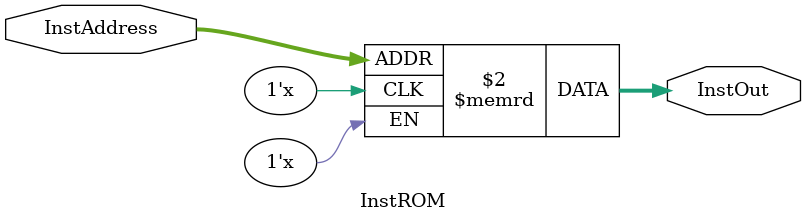
<source format=sv>
module InstROM #(parameter A=10, W=10) (
  input       [A-1:0] InstAddress,
  output logic[W-1:0] InstOut);

// Instruction format: {4bit opcode, 3bit rs or rt, 3bit rt, immediate, or branch target}

//  always_comb
//	case (InstAddress)
// opcode = 0 lhw, rs = 0, rt = 1
//	  0 : InstOut = 'b0000000001;  // load from address at reg 0 to reg 1
// opcode = 1 addi, rs/rt = 1, immediate = 1

//	  1 : InstOut = 'b0001001001;  // addi reg 1 and 1

// opcode = 2 shw, rs = 0, rt = 1
//	  2 : InstOut = 'b0010000001;  // sw reg 1 to address in reg 0

// opcode = 3 beqz, rs = 1, target = 1
//      3 : InstOut = 'b0011001001;  // beqz reg1 to absolute address 1

// opcode = 15 halt
//	  4 : InstOut = '1;  // equiv to 10'b1111111111 or 'b1111111111    halt
//	  default : InstOut = 'b0000000000;
//    endcase

// alternative expression
//   need $readmemh or $readmemb to initialize all of the elements
  logic[W-1:0] inst_rom[2**(A)];
  always_comb InstOut = inst_rom[InstAddress];

  initial begin		                  // load from external text file
  	 //$readmemb("program1_mc.txt",inst_rom);
  end

endmodule

</source>
